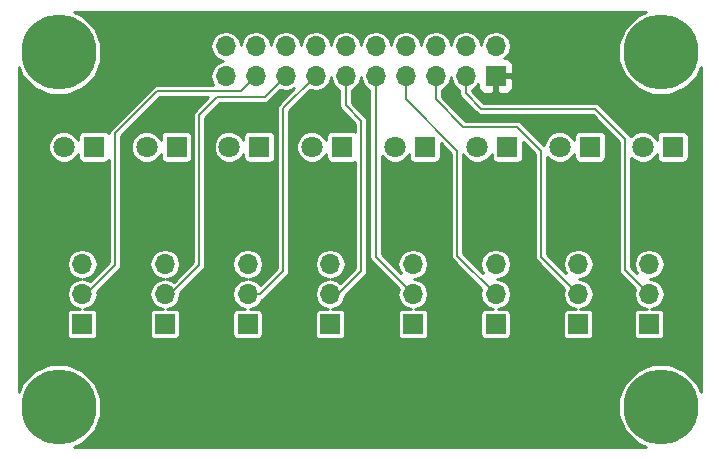
<source format=gbr>
G04 #@! TF.FileFunction,Copper,L1,Top,Signal*
%FSLAX46Y46*%
G04 Gerber Fmt 4.6, Leading zero omitted, Abs format (unit mm)*
G04 Created by KiCad (PCBNEW 4.0.5) date 05/28/17 12:44:24*
%MOMM*%
%LPD*%
G01*
G04 APERTURE LIST*
%ADD10C,0.150000*%
%ADD11R,1.800000X1.800000*%
%ADD12C,1.800000*%
%ADD13C,6.350000*%
%ADD14R,1.700000X1.700000*%
%ADD15O,1.700000X1.700000*%
%ADD16C,0.889000*%
%ADD17C,0.203200*%
%ADD18C,0.254000*%
G04 APERTURE END LIST*
D10*
D11*
X56000000Y-12000000D03*
D12*
X53460000Y-12000000D03*
D11*
X49000000Y-12000000D03*
D12*
X46460000Y-12000000D03*
D11*
X42000000Y-12000000D03*
D12*
X39460000Y-12000000D03*
D11*
X35000000Y-12000000D03*
D12*
X32460000Y-12000000D03*
D11*
X28000000Y-12000000D03*
D12*
X25460000Y-12000000D03*
D11*
X21000000Y-12000000D03*
D12*
X18460000Y-12000000D03*
D11*
X14000000Y-12000000D03*
D12*
X11460000Y-12000000D03*
D11*
X7000000Y-12000000D03*
D12*
X4460000Y-12000000D03*
D13*
X55000000Y-34000000D03*
D14*
X41000000Y-6000000D03*
D15*
X41000000Y-3460000D03*
X38460000Y-6000000D03*
X38460000Y-3460000D03*
X35920000Y-6000000D03*
X35920000Y-3460000D03*
X33380000Y-6000000D03*
X33380000Y-3460000D03*
X30840000Y-6000000D03*
X30840000Y-3460000D03*
X28300000Y-6000000D03*
X28300000Y-3460000D03*
X25760000Y-6000000D03*
X25760000Y-3460000D03*
X23220000Y-6000000D03*
X23220000Y-3460000D03*
X20680000Y-6000000D03*
X20680000Y-3460000D03*
X18140000Y-6000000D03*
X18140000Y-3460000D03*
D13*
X55000000Y-4000000D03*
X4000000Y-4000000D03*
X4000000Y-34000000D03*
D14*
X54000000Y-27000000D03*
D15*
X54000000Y-24460000D03*
X54000000Y-21920000D03*
D14*
X48000000Y-27000000D03*
D15*
X48000000Y-24460000D03*
X48000000Y-21920000D03*
D14*
X41000000Y-27000000D03*
D15*
X41000000Y-24460000D03*
X41000000Y-21920000D03*
D14*
X34000000Y-27000000D03*
D15*
X34000000Y-24460000D03*
X34000000Y-21920000D03*
D14*
X27000000Y-27000000D03*
D15*
X27000000Y-24460000D03*
X27000000Y-21920000D03*
D14*
X20000000Y-27000000D03*
D15*
X20000000Y-24460000D03*
X20000000Y-21920000D03*
D14*
X13000000Y-27000000D03*
D15*
X13000000Y-24460000D03*
X13000000Y-21920000D03*
D14*
X6000000Y-27000000D03*
D15*
X6000000Y-24460000D03*
X6000000Y-21920000D03*
D16*
X57000000Y-26000000D03*
X51000000Y-26000000D03*
X44000000Y-26000000D03*
X37000000Y-26000000D03*
X30000000Y-26000000D03*
X23000000Y-26000000D03*
X16000000Y-26000000D03*
X9000000Y-26000000D03*
D17*
X38460000Y-7472000D02*
X39784000Y-8796000D01*
X39784000Y-8796000D02*
X49436000Y-8796000D01*
X49436000Y-8796000D02*
X51976000Y-11336000D01*
X51976000Y-11336000D02*
X51976000Y-22436000D01*
X51976000Y-22436000D02*
X54000000Y-24460000D01*
X38460000Y-6000000D02*
X38460000Y-7472000D01*
X35920000Y-7980000D02*
X38260000Y-10320000D01*
X38260000Y-10320000D02*
X42832000Y-10320000D01*
X42832000Y-10320000D02*
X44864000Y-12352000D01*
X44864000Y-12352000D02*
X44864000Y-21324000D01*
X44864000Y-21324000D02*
X48000000Y-24460000D01*
X35920000Y-6000000D02*
X35920000Y-7980000D01*
X33380000Y-7980000D02*
X37752000Y-12352000D01*
X37752000Y-12352000D02*
X37752000Y-21212000D01*
X37752000Y-21212000D02*
X41000000Y-24460000D01*
X33380000Y-6000000D02*
X33380000Y-7980000D01*
X30840000Y-21300000D02*
X34000000Y-24460000D01*
X30840000Y-6000000D02*
X30840000Y-21300000D01*
X28300000Y-8488000D02*
X28300000Y-6000000D01*
X29624000Y-9812000D02*
X28300000Y-8488000D01*
X29624000Y-22512000D02*
X29624000Y-9812000D01*
X27676000Y-24460000D02*
X29624000Y-22512000D01*
X27000000Y-24460000D02*
X27676000Y-24460000D01*
X21072000Y-24460000D02*
X23020000Y-22512000D01*
X23020000Y-22512000D02*
X23020000Y-8740000D01*
X23020000Y-8740000D02*
X25760000Y-6000000D01*
X20000000Y-24460000D02*
X21072000Y-24460000D01*
X21440000Y-7780000D02*
X23220000Y-6000000D01*
X17432000Y-7780000D02*
X21440000Y-7780000D01*
X15908000Y-9304000D02*
X17432000Y-7780000D01*
X15908000Y-22004000D02*
X15908000Y-9304000D01*
X13452000Y-24460000D02*
X15908000Y-22004000D01*
X13000000Y-24460000D02*
X13452000Y-24460000D01*
X6000000Y-24460000D02*
X6000000Y-23784000D01*
X8796000Y-22004000D02*
X8796000Y-10828000D01*
X8796000Y-10828000D02*
X12352000Y-7272000D01*
X12352000Y-7272000D02*
X19408000Y-7272000D01*
X19408000Y-7272000D02*
X20680000Y-6000000D01*
X6340000Y-24460000D02*
X8796000Y-22004000D01*
X6000000Y-24460000D02*
X6340000Y-24460000D01*
D18*
G36*
X52959581Y-940521D02*
X51944087Y-1954245D01*
X51393828Y-3279416D01*
X51392576Y-4714289D01*
X51940521Y-6040419D01*
X52954245Y-7055913D01*
X54279416Y-7606172D01*
X55714289Y-7607424D01*
X57040419Y-7059479D01*
X58055913Y-6045755D01*
X58377700Y-5270806D01*
X58377700Y-32729736D01*
X58059479Y-31959581D01*
X57045755Y-30944087D01*
X55720584Y-30393828D01*
X54285711Y-30392576D01*
X52959581Y-30940521D01*
X51944087Y-31954245D01*
X51393828Y-33279416D01*
X51392576Y-34714289D01*
X51940521Y-36040419D01*
X52954245Y-37055913D01*
X53729194Y-37377700D01*
X5270264Y-37377700D01*
X6040419Y-37059479D01*
X7055913Y-36045755D01*
X7606172Y-34720584D01*
X7607424Y-33285711D01*
X7059479Y-31959581D01*
X6045755Y-30944087D01*
X4720584Y-30393828D01*
X3285711Y-30392576D01*
X1959581Y-30940521D01*
X944087Y-31954245D01*
X622300Y-32729194D01*
X622300Y-12263749D01*
X3127969Y-12263749D01*
X3330296Y-12753419D01*
X3704611Y-13128387D01*
X4193926Y-13331569D01*
X4723749Y-13332031D01*
X5213419Y-13129704D01*
X5588387Y-12755389D01*
X5659741Y-12583550D01*
X5659741Y-12900000D01*
X5689850Y-13060015D01*
X5784419Y-13206980D01*
X5928715Y-13305573D01*
X6100000Y-13340259D01*
X7900000Y-13340259D01*
X8060015Y-13310150D01*
X8206980Y-13215581D01*
X8262600Y-13134178D01*
X8262600Y-21783059D01*
X6668048Y-23377610D01*
X6515636Y-23275771D01*
X6084435Y-23190000D01*
X6515636Y-23104229D01*
X6931481Y-22826369D01*
X7209341Y-22410524D01*
X7306912Y-21920000D01*
X7209341Y-21429476D01*
X6931481Y-21013631D01*
X6515636Y-20735771D01*
X6025112Y-20638200D01*
X5974888Y-20638200D01*
X5484364Y-20735771D01*
X5068519Y-21013631D01*
X4790659Y-21429476D01*
X4693088Y-21920000D01*
X4790659Y-22410524D01*
X5068519Y-22826369D01*
X5484364Y-23104229D01*
X5915565Y-23190000D01*
X5484364Y-23275771D01*
X5068519Y-23553631D01*
X4790659Y-23969476D01*
X4693088Y-24460000D01*
X4790659Y-24950524D01*
X5068519Y-25366369D01*
X5484364Y-25644229D01*
X5813716Y-25709741D01*
X5150000Y-25709741D01*
X4989985Y-25739850D01*
X4843020Y-25834419D01*
X4744427Y-25978715D01*
X4709741Y-26150000D01*
X4709741Y-27850000D01*
X4739850Y-28010015D01*
X4834419Y-28156980D01*
X4978715Y-28255573D01*
X5150000Y-28290259D01*
X6850000Y-28290259D01*
X7010015Y-28260150D01*
X7156980Y-28165581D01*
X7255573Y-28021285D01*
X7290259Y-27850000D01*
X7290259Y-26150000D01*
X7260150Y-25989985D01*
X7165581Y-25843020D01*
X7021285Y-25744427D01*
X6850000Y-25709741D01*
X6186284Y-25709741D01*
X6515636Y-25644229D01*
X6931481Y-25366369D01*
X7209341Y-24950524D01*
X7306912Y-24460000D01*
X7271644Y-24282697D01*
X9173168Y-22381173D01*
X9173171Y-22381171D01*
X9288797Y-22208123D01*
X9329401Y-22004000D01*
X9329400Y-22003995D01*
X9329400Y-12263749D01*
X10127969Y-12263749D01*
X10330296Y-12753419D01*
X10704611Y-13128387D01*
X11193926Y-13331569D01*
X11723749Y-13332031D01*
X12213419Y-13129704D01*
X12588387Y-12755389D01*
X12659741Y-12583550D01*
X12659741Y-12900000D01*
X12689850Y-13060015D01*
X12784419Y-13206980D01*
X12928715Y-13305573D01*
X13100000Y-13340259D01*
X14900000Y-13340259D01*
X15060015Y-13310150D01*
X15206980Y-13215581D01*
X15305573Y-13071285D01*
X15340259Y-12900000D01*
X15340259Y-11100000D01*
X15310150Y-10939985D01*
X15215581Y-10793020D01*
X15071285Y-10694427D01*
X14900000Y-10659741D01*
X13100000Y-10659741D01*
X12939985Y-10689850D01*
X12793020Y-10784419D01*
X12694427Y-10928715D01*
X12659741Y-11100000D01*
X12659741Y-11416084D01*
X12589704Y-11246581D01*
X12215389Y-10871613D01*
X11726074Y-10668431D01*
X11196251Y-10667969D01*
X10706581Y-10870296D01*
X10331613Y-11244611D01*
X10128431Y-11733926D01*
X10127969Y-12263749D01*
X9329400Y-12263749D01*
X9329400Y-11048942D01*
X12572941Y-7805400D01*
X16652259Y-7805400D01*
X15530829Y-8926829D01*
X15415203Y-9099877D01*
X15374600Y-9304000D01*
X15374600Y-21783059D01*
X13735187Y-23422471D01*
X13515636Y-23275771D01*
X13084435Y-23190000D01*
X13515636Y-23104229D01*
X13931481Y-22826369D01*
X14209341Y-22410524D01*
X14306912Y-21920000D01*
X14209341Y-21429476D01*
X13931481Y-21013631D01*
X13515636Y-20735771D01*
X13025112Y-20638200D01*
X12974888Y-20638200D01*
X12484364Y-20735771D01*
X12068519Y-21013631D01*
X11790659Y-21429476D01*
X11693088Y-21920000D01*
X11790659Y-22410524D01*
X12068519Y-22826369D01*
X12484364Y-23104229D01*
X12915565Y-23190000D01*
X12484364Y-23275771D01*
X12068519Y-23553631D01*
X11790659Y-23969476D01*
X11693088Y-24460000D01*
X11790659Y-24950524D01*
X12068519Y-25366369D01*
X12484364Y-25644229D01*
X12813716Y-25709741D01*
X12150000Y-25709741D01*
X11989985Y-25739850D01*
X11843020Y-25834419D01*
X11744427Y-25978715D01*
X11709741Y-26150000D01*
X11709741Y-27850000D01*
X11739850Y-28010015D01*
X11834419Y-28156980D01*
X11978715Y-28255573D01*
X12150000Y-28290259D01*
X13850000Y-28290259D01*
X14010015Y-28260150D01*
X14156980Y-28165581D01*
X14255573Y-28021285D01*
X14290259Y-27850000D01*
X14290259Y-26150000D01*
X14260150Y-25989985D01*
X14165581Y-25843020D01*
X14021285Y-25744427D01*
X13850000Y-25709741D01*
X13186284Y-25709741D01*
X13515636Y-25644229D01*
X13931481Y-25366369D01*
X14209341Y-24950524D01*
X14306912Y-24460000D01*
X14290226Y-24376115D01*
X16285168Y-22381173D01*
X16285171Y-22381171D01*
X16400797Y-22208123D01*
X16441401Y-22004000D01*
X16441400Y-22003995D01*
X16441400Y-12263749D01*
X17127969Y-12263749D01*
X17330296Y-12753419D01*
X17704611Y-13128387D01*
X18193926Y-13331569D01*
X18723749Y-13332031D01*
X19213419Y-13129704D01*
X19588387Y-12755389D01*
X19659741Y-12583550D01*
X19659741Y-12900000D01*
X19689850Y-13060015D01*
X19784419Y-13206980D01*
X19928715Y-13305573D01*
X20100000Y-13340259D01*
X21900000Y-13340259D01*
X22060015Y-13310150D01*
X22206980Y-13215581D01*
X22305573Y-13071285D01*
X22340259Y-12900000D01*
X22340259Y-11100000D01*
X22310150Y-10939985D01*
X22215581Y-10793020D01*
X22071285Y-10694427D01*
X21900000Y-10659741D01*
X20100000Y-10659741D01*
X19939985Y-10689850D01*
X19793020Y-10784419D01*
X19694427Y-10928715D01*
X19659741Y-11100000D01*
X19659741Y-11416084D01*
X19589704Y-11246581D01*
X19215389Y-10871613D01*
X18726074Y-10668431D01*
X18196251Y-10667969D01*
X17706581Y-10870296D01*
X17331613Y-11244611D01*
X17128431Y-11733926D01*
X17127969Y-12263749D01*
X16441400Y-12263749D01*
X16441400Y-9524942D01*
X17652941Y-8313400D01*
X21440000Y-8313400D01*
X21644123Y-8272797D01*
X21817171Y-8157171D01*
X22759107Y-7215235D01*
X23220000Y-7306912D01*
X23710524Y-7209341D01*
X23969078Y-7036580D01*
X22642829Y-8362829D01*
X22527203Y-8535877D01*
X22486600Y-8740000D01*
X22486600Y-22291058D01*
X21048659Y-23728999D01*
X20931481Y-23553631D01*
X20515636Y-23275771D01*
X20084435Y-23190000D01*
X20515636Y-23104229D01*
X20931481Y-22826369D01*
X21209341Y-22410524D01*
X21306912Y-21920000D01*
X21209341Y-21429476D01*
X20931481Y-21013631D01*
X20515636Y-20735771D01*
X20025112Y-20638200D01*
X19974888Y-20638200D01*
X19484364Y-20735771D01*
X19068519Y-21013631D01*
X18790659Y-21429476D01*
X18693088Y-21920000D01*
X18790659Y-22410524D01*
X19068519Y-22826369D01*
X19484364Y-23104229D01*
X19915565Y-23190000D01*
X19484364Y-23275771D01*
X19068519Y-23553631D01*
X18790659Y-23969476D01*
X18693088Y-24460000D01*
X18790659Y-24950524D01*
X19068519Y-25366369D01*
X19484364Y-25644229D01*
X19813716Y-25709741D01*
X19150000Y-25709741D01*
X18989985Y-25739850D01*
X18843020Y-25834419D01*
X18744427Y-25978715D01*
X18709741Y-26150000D01*
X18709741Y-27850000D01*
X18739850Y-28010015D01*
X18834419Y-28156980D01*
X18978715Y-28255573D01*
X19150000Y-28290259D01*
X20850000Y-28290259D01*
X21010015Y-28260150D01*
X21156980Y-28165581D01*
X21255573Y-28021285D01*
X21290259Y-27850000D01*
X21290259Y-26150000D01*
X21260150Y-25989985D01*
X21165581Y-25843020D01*
X21021285Y-25744427D01*
X20850000Y-25709741D01*
X20186284Y-25709741D01*
X20515636Y-25644229D01*
X20931481Y-25366369D01*
X21197353Y-24968466D01*
X21276123Y-24952797D01*
X21449171Y-24837171D01*
X23397171Y-22889171D01*
X23512797Y-22716123D01*
X23553400Y-22512000D01*
X23553400Y-8960942D01*
X25299107Y-7215235D01*
X25760000Y-7306912D01*
X26250524Y-7209341D01*
X26666369Y-6931481D01*
X26944229Y-6515636D01*
X27030000Y-6084435D01*
X27115771Y-6515636D01*
X27393631Y-6931481D01*
X27766600Y-7180692D01*
X27766600Y-8488000D01*
X27807203Y-8692123D01*
X27922829Y-8865171D01*
X29090600Y-10032942D01*
X29090600Y-10707624D01*
X29071285Y-10694427D01*
X28900000Y-10659741D01*
X27100000Y-10659741D01*
X26939985Y-10689850D01*
X26793020Y-10784419D01*
X26694427Y-10928715D01*
X26659741Y-11100000D01*
X26659741Y-11416084D01*
X26589704Y-11246581D01*
X26215389Y-10871613D01*
X25726074Y-10668431D01*
X25196251Y-10667969D01*
X24706581Y-10870296D01*
X24331613Y-11244611D01*
X24128431Y-11733926D01*
X24127969Y-12263749D01*
X24330296Y-12753419D01*
X24704611Y-13128387D01*
X25193926Y-13331569D01*
X25723749Y-13332031D01*
X26213419Y-13129704D01*
X26588387Y-12755389D01*
X26659741Y-12583550D01*
X26659741Y-12900000D01*
X26689850Y-13060015D01*
X26784419Y-13206980D01*
X26928715Y-13305573D01*
X27100000Y-13340259D01*
X28900000Y-13340259D01*
X29060015Y-13310150D01*
X29090600Y-13290469D01*
X29090600Y-22291058D01*
X27869465Y-23512193D01*
X27515636Y-23275771D01*
X27084435Y-23190000D01*
X27515636Y-23104229D01*
X27931481Y-22826369D01*
X28209341Y-22410524D01*
X28306912Y-21920000D01*
X28209341Y-21429476D01*
X27931481Y-21013631D01*
X27515636Y-20735771D01*
X27025112Y-20638200D01*
X26974888Y-20638200D01*
X26484364Y-20735771D01*
X26068519Y-21013631D01*
X25790659Y-21429476D01*
X25693088Y-21920000D01*
X25790659Y-22410524D01*
X26068519Y-22826369D01*
X26484364Y-23104229D01*
X26915565Y-23190000D01*
X26484364Y-23275771D01*
X26068519Y-23553631D01*
X25790659Y-23969476D01*
X25693088Y-24460000D01*
X25790659Y-24950524D01*
X26068519Y-25366369D01*
X26484364Y-25644229D01*
X26813716Y-25709741D01*
X26150000Y-25709741D01*
X25989985Y-25739850D01*
X25843020Y-25834419D01*
X25744427Y-25978715D01*
X25709741Y-26150000D01*
X25709741Y-27850000D01*
X25739850Y-28010015D01*
X25834419Y-28156980D01*
X25978715Y-28255573D01*
X26150000Y-28290259D01*
X27850000Y-28290259D01*
X28010015Y-28260150D01*
X28156980Y-28165581D01*
X28255573Y-28021285D01*
X28290259Y-27850000D01*
X28290259Y-26150000D01*
X28260150Y-25989985D01*
X28165581Y-25843020D01*
X28021285Y-25744427D01*
X27850000Y-25709741D01*
X27186284Y-25709741D01*
X27515636Y-25644229D01*
X27931481Y-25366369D01*
X28209341Y-24950524D01*
X28276264Y-24614078D01*
X30001171Y-22889171D01*
X30116797Y-22716123D01*
X30157400Y-22512000D01*
X30157400Y-9812005D01*
X30157401Y-9812000D01*
X30116797Y-9607877D01*
X30001171Y-9434829D01*
X28833400Y-8267058D01*
X28833400Y-7180692D01*
X29206369Y-6931481D01*
X29484229Y-6515636D01*
X29570000Y-6084435D01*
X29655771Y-6515636D01*
X29933631Y-6931481D01*
X30306600Y-7180692D01*
X30306600Y-21300000D01*
X30347203Y-21504123D01*
X30462829Y-21677171D01*
X32784765Y-23999107D01*
X32693088Y-24460000D01*
X32790659Y-24950524D01*
X33068519Y-25366369D01*
X33484364Y-25644229D01*
X33813716Y-25709741D01*
X33150000Y-25709741D01*
X32989985Y-25739850D01*
X32843020Y-25834419D01*
X32744427Y-25978715D01*
X32709741Y-26150000D01*
X32709741Y-27850000D01*
X32739850Y-28010015D01*
X32834419Y-28156980D01*
X32978715Y-28255573D01*
X33150000Y-28290259D01*
X34850000Y-28290259D01*
X35010015Y-28260150D01*
X35156980Y-28165581D01*
X35255573Y-28021285D01*
X35290259Y-27850000D01*
X35290259Y-26150000D01*
X35260150Y-25989985D01*
X35165581Y-25843020D01*
X35021285Y-25744427D01*
X34850000Y-25709741D01*
X34186284Y-25709741D01*
X34515636Y-25644229D01*
X34931481Y-25366369D01*
X35209341Y-24950524D01*
X35306912Y-24460000D01*
X35209341Y-23969476D01*
X34931481Y-23553631D01*
X34515636Y-23275771D01*
X34084435Y-23190000D01*
X34515636Y-23104229D01*
X34931481Y-22826369D01*
X35209341Y-22410524D01*
X35306912Y-21920000D01*
X35209341Y-21429476D01*
X34931481Y-21013631D01*
X34515636Y-20735771D01*
X34025112Y-20638200D01*
X33974888Y-20638200D01*
X33484364Y-20735771D01*
X33068519Y-21013631D01*
X32790659Y-21429476D01*
X32693088Y-21920000D01*
X32790659Y-22410524D01*
X32963420Y-22669078D01*
X31373400Y-21079058D01*
X31373400Y-12796598D01*
X31704611Y-13128387D01*
X32193926Y-13331569D01*
X32723749Y-13332031D01*
X33213419Y-13129704D01*
X33588387Y-12755389D01*
X33659741Y-12583550D01*
X33659741Y-12900000D01*
X33689850Y-13060015D01*
X33784419Y-13206980D01*
X33928715Y-13305573D01*
X34100000Y-13340259D01*
X35900000Y-13340259D01*
X36060015Y-13310150D01*
X36206980Y-13215581D01*
X36305573Y-13071285D01*
X36340259Y-12900000D01*
X36340259Y-11694601D01*
X37218600Y-12572942D01*
X37218600Y-21212000D01*
X37259203Y-21416123D01*
X37374829Y-21589171D01*
X39784765Y-23999107D01*
X39693088Y-24460000D01*
X39790659Y-24950524D01*
X40068519Y-25366369D01*
X40484364Y-25644229D01*
X40813716Y-25709741D01*
X40150000Y-25709741D01*
X39989985Y-25739850D01*
X39843020Y-25834419D01*
X39744427Y-25978715D01*
X39709741Y-26150000D01*
X39709741Y-27850000D01*
X39739850Y-28010015D01*
X39834419Y-28156980D01*
X39978715Y-28255573D01*
X40150000Y-28290259D01*
X41850000Y-28290259D01*
X42010015Y-28260150D01*
X42156980Y-28165581D01*
X42255573Y-28021285D01*
X42290259Y-27850000D01*
X42290259Y-26150000D01*
X42260150Y-25989985D01*
X42165581Y-25843020D01*
X42021285Y-25744427D01*
X41850000Y-25709741D01*
X41186284Y-25709741D01*
X41515636Y-25644229D01*
X41931481Y-25366369D01*
X42209341Y-24950524D01*
X42306912Y-24460000D01*
X42209341Y-23969476D01*
X41931481Y-23553631D01*
X41515636Y-23275771D01*
X41084435Y-23190000D01*
X41515636Y-23104229D01*
X41931481Y-22826369D01*
X42209341Y-22410524D01*
X42306912Y-21920000D01*
X42209341Y-21429476D01*
X41931481Y-21013631D01*
X41515636Y-20735771D01*
X41025112Y-20638200D01*
X40974888Y-20638200D01*
X40484364Y-20735771D01*
X40068519Y-21013631D01*
X39790659Y-21429476D01*
X39693088Y-21920000D01*
X39790659Y-22410524D01*
X39963420Y-22669078D01*
X38285400Y-20991058D01*
X38285400Y-12644762D01*
X38330296Y-12753419D01*
X38704611Y-13128387D01*
X39193926Y-13331569D01*
X39723749Y-13332031D01*
X40213419Y-13129704D01*
X40588387Y-12755389D01*
X40659741Y-12583550D01*
X40659741Y-12900000D01*
X40689850Y-13060015D01*
X40784419Y-13206980D01*
X40928715Y-13305573D01*
X41100000Y-13340259D01*
X42900000Y-13340259D01*
X43060015Y-13310150D01*
X43206980Y-13215581D01*
X43305573Y-13071285D01*
X43340259Y-12900000D01*
X43340259Y-11582601D01*
X44330600Y-12572942D01*
X44330600Y-21324000D01*
X44371203Y-21528123D01*
X44486829Y-21701171D01*
X46784765Y-23999107D01*
X46693088Y-24460000D01*
X46790659Y-24950524D01*
X47068519Y-25366369D01*
X47484364Y-25644229D01*
X47813716Y-25709741D01*
X47150000Y-25709741D01*
X46989985Y-25739850D01*
X46843020Y-25834419D01*
X46744427Y-25978715D01*
X46709741Y-26150000D01*
X46709741Y-27850000D01*
X46739850Y-28010015D01*
X46834419Y-28156980D01*
X46978715Y-28255573D01*
X47150000Y-28290259D01*
X48850000Y-28290259D01*
X49010015Y-28260150D01*
X49156980Y-28165581D01*
X49255573Y-28021285D01*
X49290259Y-27850000D01*
X49290259Y-26150000D01*
X49260150Y-25989985D01*
X49165581Y-25843020D01*
X49021285Y-25744427D01*
X48850000Y-25709741D01*
X48186284Y-25709741D01*
X48515636Y-25644229D01*
X48931481Y-25366369D01*
X49209341Y-24950524D01*
X49306912Y-24460000D01*
X49209341Y-23969476D01*
X48931481Y-23553631D01*
X48515636Y-23275771D01*
X48084435Y-23190000D01*
X48515636Y-23104229D01*
X48931481Y-22826369D01*
X49209341Y-22410524D01*
X49306912Y-21920000D01*
X49209341Y-21429476D01*
X48931481Y-21013631D01*
X48515636Y-20735771D01*
X48025112Y-20638200D01*
X47974888Y-20638200D01*
X47484364Y-20735771D01*
X47068519Y-21013631D01*
X46790659Y-21429476D01*
X46693088Y-21920000D01*
X46790659Y-22410524D01*
X46963420Y-22669078D01*
X45397400Y-21103058D01*
X45397400Y-12820640D01*
X45704611Y-13128387D01*
X46193926Y-13331569D01*
X46723749Y-13332031D01*
X47213419Y-13129704D01*
X47588387Y-12755389D01*
X47659741Y-12583550D01*
X47659741Y-12900000D01*
X47689850Y-13060015D01*
X47784419Y-13206980D01*
X47928715Y-13305573D01*
X48100000Y-13340259D01*
X49900000Y-13340259D01*
X50060015Y-13310150D01*
X50206980Y-13215581D01*
X50305573Y-13071285D01*
X50340259Y-12900000D01*
X50340259Y-11100000D01*
X50310150Y-10939985D01*
X50215581Y-10793020D01*
X50071285Y-10694427D01*
X49900000Y-10659741D01*
X48100000Y-10659741D01*
X47939985Y-10689850D01*
X47793020Y-10784419D01*
X47694427Y-10928715D01*
X47659741Y-11100000D01*
X47659741Y-11416084D01*
X47589704Y-11246581D01*
X47215389Y-10871613D01*
X46726074Y-10668431D01*
X46196251Y-10667969D01*
X45706581Y-10870296D01*
X45331613Y-11244611D01*
X45128431Y-11733926D01*
X45128319Y-11861977D01*
X43209171Y-9942829D01*
X43036123Y-9827203D01*
X42832000Y-9786600D01*
X38480942Y-9786600D01*
X36453400Y-7759058D01*
X36453400Y-7180692D01*
X36826369Y-6931481D01*
X37104229Y-6515636D01*
X37190000Y-6084435D01*
X37275771Y-6515636D01*
X37553631Y-6931481D01*
X37926600Y-7180692D01*
X37926600Y-7472000D01*
X37967203Y-7676123D01*
X38082829Y-7849171D01*
X39406829Y-9173171D01*
X39579877Y-9288797D01*
X39784000Y-9329401D01*
X39784005Y-9329400D01*
X49215058Y-9329400D01*
X51442600Y-11556941D01*
X51442600Y-22436000D01*
X51483203Y-22640123D01*
X51598829Y-22813171D01*
X52784765Y-23999107D01*
X52693088Y-24460000D01*
X52790659Y-24950524D01*
X53068519Y-25366369D01*
X53484364Y-25644229D01*
X53813716Y-25709741D01*
X53150000Y-25709741D01*
X52989985Y-25739850D01*
X52843020Y-25834419D01*
X52744427Y-25978715D01*
X52709741Y-26150000D01*
X52709741Y-27850000D01*
X52739850Y-28010015D01*
X52834419Y-28156980D01*
X52978715Y-28255573D01*
X53150000Y-28290259D01*
X54850000Y-28290259D01*
X55010015Y-28260150D01*
X55156980Y-28165581D01*
X55255573Y-28021285D01*
X55290259Y-27850000D01*
X55290259Y-26150000D01*
X55260150Y-25989985D01*
X55165581Y-25843020D01*
X55021285Y-25744427D01*
X54850000Y-25709741D01*
X54186284Y-25709741D01*
X54515636Y-25644229D01*
X54931481Y-25366369D01*
X55209341Y-24950524D01*
X55306912Y-24460000D01*
X55209341Y-23969476D01*
X54931481Y-23553631D01*
X54515636Y-23275771D01*
X54084435Y-23190000D01*
X54515636Y-23104229D01*
X54931481Y-22826369D01*
X55209341Y-22410524D01*
X55306912Y-21920000D01*
X55209341Y-21429476D01*
X54931481Y-21013631D01*
X54515636Y-20735771D01*
X54025112Y-20638200D01*
X53974888Y-20638200D01*
X53484364Y-20735771D01*
X53068519Y-21013631D01*
X52790659Y-21429476D01*
X52693088Y-21920000D01*
X52790659Y-22410524D01*
X52963420Y-22669078D01*
X52509400Y-22215058D01*
X52509400Y-12932835D01*
X52704611Y-13128387D01*
X53193926Y-13331569D01*
X53723749Y-13332031D01*
X54213419Y-13129704D01*
X54588387Y-12755389D01*
X54659741Y-12583550D01*
X54659741Y-12900000D01*
X54689850Y-13060015D01*
X54784419Y-13206980D01*
X54928715Y-13305573D01*
X55100000Y-13340259D01*
X56900000Y-13340259D01*
X57060015Y-13310150D01*
X57206980Y-13215581D01*
X57305573Y-13071285D01*
X57340259Y-12900000D01*
X57340259Y-11100000D01*
X57310150Y-10939985D01*
X57215581Y-10793020D01*
X57071285Y-10694427D01*
X56900000Y-10659741D01*
X55100000Y-10659741D01*
X54939985Y-10689850D01*
X54793020Y-10784419D01*
X54694427Y-10928715D01*
X54659741Y-11100000D01*
X54659741Y-11416084D01*
X54589704Y-11246581D01*
X54215389Y-10871613D01*
X53726074Y-10668431D01*
X53196251Y-10667969D01*
X52706581Y-10870296D01*
X52459093Y-11117353D01*
X52402144Y-11032123D01*
X52353171Y-10958829D01*
X52353168Y-10958827D01*
X49813171Y-8418829D01*
X49640123Y-8303203D01*
X49436000Y-8262600D01*
X40004942Y-8262600D01*
X38993400Y-7251058D01*
X38993400Y-7180692D01*
X39366369Y-6931481D01*
X39515000Y-6709040D01*
X39515000Y-6976309D01*
X39611673Y-7209698D01*
X39790301Y-7388327D01*
X40023690Y-7485000D01*
X40714250Y-7485000D01*
X40873000Y-7326250D01*
X40873000Y-6127000D01*
X41127000Y-6127000D01*
X41127000Y-7326250D01*
X41285750Y-7485000D01*
X41976310Y-7485000D01*
X42209699Y-7388327D01*
X42388327Y-7209698D01*
X42485000Y-6976309D01*
X42485000Y-6285750D01*
X42326250Y-6127000D01*
X41127000Y-6127000D01*
X40873000Y-6127000D01*
X40853000Y-6127000D01*
X40853000Y-5873000D01*
X40873000Y-5873000D01*
X40873000Y-5853000D01*
X41127000Y-5853000D01*
X41127000Y-5873000D01*
X42326250Y-5873000D01*
X42485000Y-5714250D01*
X42485000Y-5023691D01*
X42388327Y-4790302D01*
X42209699Y-4611673D01*
X41976310Y-4515000D01*
X41721511Y-4515000D01*
X41906369Y-4391481D01*
X42184229Y-3975636D01*
X42281800Y-3485112D01*
X42281800Y-3434888D01*
X42184229Y-2944364D01*
X41906369Y-2528519D01*
X41490524Y-2250659D01*
X41000000Y-2153088D01*
X40509476Y-2250659D01*
X40093631Y-2528519D01*
X39815771Y-2944364D01*
X39730000Y-3375565D01*
X39644229Y-2944364D01*
X39366369Y-2528519D01*
X38950524Y-2250659D01*
X38460000Y-2153088D01*
X37969476Y-2250659D01*
X37553631Y-2528519D01*
X37275771Y-2944364D01*
X37190000Y-3375565D01*
X37104229Y-2944364D01*
X36826369Y-2528519D01*
X36410524Y-2250659D01*
X35920000Y-2153088D01*
X35429476Y-2250659D01*
X35013631Y-2528519D01*
X34735771Y-2944364D01*
X34650000Y-3375565D01*
X34564229Y-2944364D01*
X34286369Y-2528519D01*
X33870524Y-2250659D01*
X33380000Y-2153088D01*
X32889476Y-2250659D01*
X32473631Y-2528519D01*
X32195771Y-2944364D01*
X32110000Y-3375565D01*
X32024229Y-2944364D01*
X31746369Y-2528519D01*
X31330524Y-2250659D01*
X30840000Y-2153088D01*
X30349476Y-2250659D01*
X29933631Y-2528519D01*
X29655771Y-2944364D01*
X29570000Y-3375565D01*
X29484229Y-2944364D01*
X29206369Y-2528519D01*
X28790524Y-2250659D01*
X28300000Y-2153088D01*
X27809476Y-2250659D01*
X27393631Y-2528519D01*
X27115771Y-2944364D01*
X27030000Y-3375565D01*
X26944229Y-2944364D01*
X26666369Y-2528519D01*
X26250524Y-2250659D01*
X25760000Y-2153088D01*
X25269476Y-2250659D01*
X24853631Y-2528519D01*
X24575771Y-2944364D01*
X24490000Y-3375565D01*
X24404229Y-2944364D01*
X24126369Y-2528519D01*
X23710524Y-2250659D01*
X23220000Y-2153088D01*
X22729476Y-2250659D01*
X22313631Y-2528519D01*
X22035771Y-2944364D01*
X21950000Y-3375565D01*
X21864229Y-2944364D01*
X21586369Y-2528519D01*
X21170524Y-2250659D01*
X20680000Y-2153088D01*
X20189476Y-2250659D01*
X19773631Y-2528519D01*
X19495771Y-2944364D01*
X19410000Y-3375565D01*
X19324229Y-2944364D01*
X19046369Y-2528519D01*
X18630524Y-2250659D01*
X18140000Y-2153088D01*
X17649476Y-2250659D01*
X17233631Y-2528519D01*
X16955771Y-2944364D01*
X16858200Y-3434888D01*
X16858200Y-3485112D01*
X16955771Y-3975636D01*
X17233631Y-4391481D01*
X17649476Y-4669341D01*
X17954430Y-4730000D01*
X17649476Y-4790659D01*
X17233631Y-5068519D01*
X16955771Y-5484364D01*
X16858200Y-5974888D01*
X16858200Y-6025112D01*
X16955771Y-6515636D01*
X17104751Y-6738600D01*
X12352000Y-6738600D01*
X12147876Y-6779203D01*
X12078563Y-6825516D01*
X11974829Y-6894829D01*
X11974827Y-6894832D01*
X8418829Y-10450829D01*
X8303203Y-10623877D01*
X8262600Y-10828000D01*
X8262600Y-10866090D01*
X8215581Y-10793020D01*
X8071285Y-10694427D01*
X7900000Y-10659741D01*
X6100000Y-10659741D01*
X5939985Y-10689850D01*
X5793020Y-10784419D01*
X5694427Y-10928715D01*
X5659741Y-11100000D01*
X5659741Y-11416084D01*
X5589704Y-11246581D01*
X5215389Y-10871613D01*
X4726074Y-10668431D01*
X4196251Y-10667969D01*
X3706581Y-10870296D01*
X3331613Y-11244611D01*
X3128431Y-11733926D01*
X3127969Y-12263749D01*
X622300Y-12263749D01*
X622300Y-5270264D01*
X940521Y-6040419D01*
X1954245Y-7055913D01*
X3279416Y-7606172D01*
X4714289Y-7607424D01*
X6040419Y-7059479D01*
X7055913Y-6045755D01*
X7606172Y-4720584D01*
X7607424Y-3285711D01*
X7059479Y-1959581D01*
X6045755Y-944087D01*
X5270806Y-622300D01*
X53729736Y-622300D01*
X52959581Y-940521D01*
X52959581Y-940521D01*
G37*
X52959581Y-940521D02*
X51944087Y-1954245D01*
X51393828Y-3279416D01*
X51392576Y-4714289D01*
X51940521Y-6040419D01*
X52954245Y-7055913D01*
X54279416Y-7606172D01*
X55714289Y-7607424D01*
X57040419Y-7059479D01*
X58055913Y-6045755D01*
X58377700Y-5270806D01*
X58377700Y-32729736D01*
X58059479Y-31959581D01*
X57045755Y-30944087D01*
X55720584Y-30393828D01*
X54285711Y-30392576D01*
X52959581Y-30940521D01*
X51944087Y-31954245D01*
X51393828Y-33279416D01*
X51392576Y-34714289D01*
X51940521Y-36040419D01*
X52954245Y-37055913D01*
X53729194Y-37377700D01*
X5270264Y-37377700D01*
X6040419Y-37059479D01*
X7055913Y-36045755D01*
X7606172Y-34720584D01*
X7607424Y-33285711D01*
X7059479Y-31959581D01*
X6045755Y-30944087D01*
X4720584Y-30393828D01*
X3285711Y-30392576D01*
X1959581Y-30940521D01*
X944087Y-31954245D01*
X622300Y-32729194D01*
X622300Y-12263749D01*
X3127969Y-12263749D01*
X3330296Y-12753419D01*
X3704611Y-13128387D01*
X4193926Y-13331569D01*
X4723749Y-13332031D01*
X5213419Y-13129704D01*
X5588387Y-12755389D01*
X5659741Y-12583550D01*
X5659741Y-12900000D01*
X5689850Y-13060015D01*
X5784419Y-13206980D01*
X5928715Y-13305573D01*
X6100000Y-13340259D01*
X7900000Y-13340259D01*
X8060015Y-13310150D01*
X8206980Y-13215581D01*
X8262600Y-13134178D01*
X8262600Y-21783059D01*
X6668048Y-23377610D01*
X6515636Y-23275771D01*
X6084435Y-23190000D01*
X6515636Y-23104229D01*
X6931481Y-22826369D01*
X7209341Y-22410524D01*
X7306912Y-21920000D01*
X7209341Y-21429476D01*
X6931481Y-21013631D01*
X6515636Y-20735771D01*
X6025112Y-20638200D01*
X5974888Y-20638200D01*
X5484364Y-20735771D01*
X5068519Y-21013631D01*
X4790659Y-21429476D01*
X4693088Y-21920000D01*
X4790659Y-22410524D01*
X5068519Y-22826369D01*
X5484364Y-23104229D01*
X5915565Y-23190000D01*
X5484364Y-23275771D01*
X5068519Y-23553631D01*
X4790659Y-23969476D01*
X4693088Y-24460000D01*
X4790659Y-24950524D01*
X5068519Y-25366369D01*
X5484364Y-25644229D01*
X5813716Y-25709741D01*
X5150000Y-25709741D01*
X4989985Y-25739850D01*
X4843020Y-25834419D01*
X4744427Y-25978715D01*
X4709741Y-26150000D01*
X4709741Y-27850000D01*
X4739850Y-28010015D01*
X4834419Y-28156980D01*
X4978715Y-28255573D01*
X5150000Y-28290259D01*
X6850000Y-28290259D01*
X7010015Y-28260150D01*
X7156980Y-28165581D01*
X7255573Y-28021285D01*
X7290259Y-27850000D01*
X7290259Y-26150000D01*
X7260150Y-25989985D01*
X7165581Y-25843020D01*
X7021285Y-25744427D01*
X6850000Y-25709741D01*
X6186284Y-25709741D01*
X6515636Y-25644229D01*
X6931481Y-25366369D01*
X7209341Y-24950524D01*
X7306912Y-24460000D01*
X7271644Y-24282697D01*
X9173168Y-22381173D01*
X9173171Y-22381171D01*
X9288797Y-22208123D01*
X9329401Y-22004000D01*
X9329400Y-22003995D01*
X9329400Y-12263749D01*
X10127969Y-12263749D01*
X10330296Y-12753419D01*
X10704611Y-13128387D01*
X11193926Y-13331569D01*
X11723749Y-13332031D01*
X12213419Y-13129704D01*
X12588387Y-12755389D01*
X12659741Y-12583550D01*
X12659741Y-12900000D01*
X12689850Y-13060015D01*
X12784419Y-13206980D01*
X12928715Y-13305573D01*
X13100000Y-13340259D01*
X14900000Y-13340259D01*
X15060015Y-13310150D01*
X15206980Y-13215581D01*
X15305573Y-13071285D01*
X15340259Y-12900000D01*
X15340259Y-11100000D01*
X15310150Y-10939985D01*
X15215581Y-10793020D01*
X15071285Y-10694427D01*
X14900000Y-10659741D01*
X13100000Y-10659741D01*
X12939985Y-10689850D01*
X12793020Y-10784419D01*
X12694427Y-10928715D01*
X12659741Y-11100000D01*
X12659741Y-11416084D01*
X12589704Y-11246581D01*
X12215389Y-10871613D01*
X11726074Y-10668431D01*
X11196251Y-10667969D01*
X10706581Y-10870296D01*
X10331613Y-11244611D01*
X10128431Y-11733926D01*
X10127969Y-12263749D01*
X9329400Y-12263749D01*
X9329400Y-11048942D01*
X12572941Y-7805400D01*
X16652259Y-7805400D01*
X15530829Y-8926829D01*
X15415203Y-9099877D01*
X15374600Y-9304000D01*
X15374600Y-21783059D01*
X13735187Y-23422471D01*
X13515636Y-23275771D01*
X13084435Y-23190000D01*
X13515636Y-23104229D01*
X13931481Y-22826369D01*
X14209341Y-22410524D01*
X14306912Y-21920000D01*
X14209341Y-21429476D01*
X13931481Y-21013631D01*
X13515636Y-20735771D01*
X13025112Y-20638200D01*
X12974888Y-20638200D01*
X12484364Y-20735771D01*
X12068519Y-21013631D01*
X11790659Y-21429476D01*
X11693088Y-21920000D01*
X11790659Y-22410524D01*
X12068519Y-22826369D01*
X12484364Y-23104229D01*
X12915565Y-23190000D01*
X12484364Y-23275771D01*
X12068519Y-23553631D01*
X11790659Y-23969476D01*
X11693088Y-24460000D01*
X11790659Y-24950524D01*
X12068519Y-25366369D01*
X12484364Y-25644229D01*
X12813716Y-25709741D01*
X12150000Y-25709741D01*
X11989985Y-25739850D01*
X11843020Y-25834419D01*
X11744427Y-25978715D01*
X11709741Y-26150000D01*
X11709741Y-27850000D01*
X11739850Y-28010015D01*
X11834419Y-28156980D01*
X11978715Y-28255573D01*
X12150000Y-28290259D01*
X13850000Y-28290259D01*
X14010015Y-28260150D01*
X14156980Y-28165581D01*
X14255573Y-28021285D01*
X14290259Y-27850000D01*
X14290259Y-26150000D01*
X14260150Y-25989985D01*
X14165581Y-25843020D01*
X14021285Y-25744427D01*
X13850000Y-25709741D01*
X13186284Y-25709741D01*
X13515636Y-25644229D01*
X13931481Y-25366369D01*
X14209341Y-24950524D01*
X14306912Y-24460000D01*
X14290226Y-24376115D01*
X16285168Y-22381173D01*
X16285171Y-22381171D01*
X16400797Y-22208123D01*
X16441401Y-22004000D01*
X16441400Y-22003995D01*
X16441400Y-12263749D01*
X17127969Y-12263749D01*
X17330296Y-12753419D01*
X17704611Y-13128387D01*
X18193926Y-13331569D01*
X18723749Y-13332031D01*
X19213419Y-13129704D01*
X19588387Y-12755389D01*
X19659741Y-12583550D01*
X19659741Y-12900000D01*
X19689850Y-13060015D01*
X19784419Y-13206980D01*
X19928715Y-13305573D01*
X20100000Y-13340259D01*
X21900000Y-13340259D01*
X22060015Y-13310150D01*
X22206980Y-13215581D01*
X22305573Y-13071285D01*
X22340259Y-12900000D01*
X22340259Y-11100000D01*
X22310150Y-10939985D01*
X22215581Y-10793020D01*
X22071285Y-10694427D01*
X21900000Y-10659741D01*
X20100000Y-10659741D01*
X19939985Y-10689850D01*
X19793020Y-10784419D01*
X19694427Y-10928715D01*
X19659741Y-11100000D01*
X19659741Y-11416084D01*
X19589704Y-11246581D01*
X19215389Y-10871613D01*
X18726074Y-10668431D01*
X18196251Y-10667969D01*
X17706581Y-10870296D01*
X17331613Y-11244611D01*
X17128431Y-11733926D01*
X17127969Y-12263749D01*
X16441400Y-12263749D01*
X16441400Y-9524942D01*
X17652941Y-8313400D01*
X21440000Y-8313400D01*
X21644123Y-8272797D01*
X21817171Y-8157171D01*
X22759107Y-7215235D01*
X23220000Y-7306912D01*
X23710524Y-7209341D01*
X23969078Y-7036580D01*
X22642829Y-8362829D01*
X22527203Y-8535877D01*
X22486600Y-8740000D01*
X22486600Y-22291058D01*
X21048659Y-23728999D01*
X20931481Y-23553631D01*
X20515636Y-23275771D01*
X20084435Y-23190000D01*
X20515636Y-23104229D01*
X20931481Y-22826369D01*
X21209341Y-22410524D01*
X21306912Y-21920000D01*
X21209341Y-21429476D01*
X20931481Y-21013631D01*
X20515636Y-20735771D01*
X20025112Y-20638200D01*
X19974888Y-20638200D01*
X19484364Y-20735771D01*
X19068519Y-21013631D01*
X18790659Y-21429476D01*
X18693088Y-21920000D01*
X18790659Y-22410524D01*
X19068519Y-22826369D01*
X19484364Y-23104229D01*
X19915565Y-23190000D01*
X19484364Y-23275771D01*
X19068519Y-23553631D01*
X18790659Y-23969476D01*
X18693088Y-24460000D01*
X18790659Y-24950524D01*
X19068519Y-25366369D01*
X19484364Y-25644229D01*
X19813716Y-25709741D01*
X19150000Y-25709741D01*
X18989985Y-25739850D01*
X18843020Y-25834419D01*
X18744427Y-25978715D01*
X18709741Y-26150000D01*
X18709741Y-27850000D01*
X18739850Y-28010015D01*
X18834419Y-28156980D01*
X18978715Y-28255573D01*
X19150000Y-28290259D01*
X20850000Y-28290259D01*
X21010015Y-28260150D01*
X21156980Y-28165581D01*
X21255573Y-28021285D01*
X21290259Y-27850000D01*
X21290259Y-26150000D01*
X21260150Y-25989985D01*
X21165581Y-25843020D01*
X21021285Y-25744427D01*
X20850000Y-25709741D01*
X20186284Y-25709741D01*
X20515636Y-25644229D01*
X20931481Y-25366369D01*
X21197353Y-24968466D01*
X21276123Y-24952797D01*
X21449171Y-24837171D01*
X23397171Y-22889171D01*
X23512797Y-22716123D01*
X23553400Y-22512000D01*
X23553400Y-8960942D01*
X25299107Y-7215235D01*
X25760000Y-7306912D01*
X26250524Y-7209341D01*
X26666369Y-6931481D01*
X26944229Y-6515636D01*
X27030000Y-6084435D01*
X27115771Y-6515636D01*
X27393631Y-6931481D01*
X27766600Y-7180692D01*
X27766600Y-8488000D01*
X27807203Y-8692123D01*
X27922829Y-8865171D01*
X29090600Y-10032942D01*
X29090600Y-10707624D01*
X29071285Y-10694427D01*
X28900000Y-10659741D01*
X27100000Y-10659741D01*
X26939985Y-10689850D01*
X26793020Y-10784419D01*
X26694427Y-10928715D01*
X26659741Y-11100000D01*
X26659741Y-11416084D01*
X26589704Y-11246581D01*
X26215389Y-10871613D01*
X25726074Y-10668431D01*
X25196251Y-10667969D01*
X24706581Y-10870296D01*
X24331613Y-11244611D01*
X24128431Y-11733926D01*
X24127969Y-12263749D01*
X24330296Y-12753419D01*
X24704611Y-13128387D01*
X25193926Y-13331569D01*
X25723749Y-13332031D01*
X26213419Y-13129704D01*
X26588387Y-12755389D01*
X26659741Y-12583550D01*
X26659741Y-12900000D01*
X26689850Y-13060015D01*
X26784419Y-13206980D01*
X26928715Y-13305573D01*
X27100000Y-13340259D01*
X28900000Y-13340259D01*
X29060015Y-13310150D01*
X29090600Y-13290469D01*
X29090600Y-22291058D01*
X27869465Y-23512193D01*
X27515636Y-23275771D01*
X27084435Y-23190000D01*
X27515636Y-23104229D01*
X27931481Y-22826369D01*
X28209341Y-22410524D01*
X28306912Y-21920000D01*
X28209341Y-21429476D01*
X27931481Y-21013631D01*
X27515636Y-20735771D01*
X27025112Y-20638200D01*
X26974888Y-20638200D01*
X26484364Y-20735771D01*
X26068519Y-21013631D01*
X25790659Y-21429476D01*
X25693088Y-21920000D01*
X25790659Y-22410524D01*
X26068519Y-22826369D01*
X26484364Y-23104229D01*
X26915565Y-23190000D01*
X26484364Y-23275771D01*
X26068519Y-23553631D01*
X25790659Y-23969476D01*
X25693088Y-24460000D01*
X25790659Y-24950524D01*
X26068519Y-25366369D01*
X26484364Y-25644229D01*
X26813716Y-25709741D01*
X26150000Y-25709741D01*
X25989985Y-25739850D01*
X25843020Y-25834419D01*
X25744427Y-25978715D01*
X25709741Y-26150000D01*
X25709741Y-27850000D01*
X25739850Y-28010015D01*
X25834419Y-28156980D01*
X25978715Y-28255573D01*
X26150000Y-28290259D01*
X27850000Y-28290259D01*
X28010015Y-28260150D01*
X28156980Y-28165581D01*
X28255573Y-28021285D01*
X28290259Y-27850000D01*
X28290259Y-26150000D01*
X28260150Y-25989985D01*
X28165581Y-25843020D01*
X28021285Y-25744427D01*
X27850000Y-25709741D01*
X27186284Y-25709741D01*
X27515636Y-25644229D01*
X27931481Y-25366369D01*
X28209341Y-24950524D01*
X28276264Y-24614078D01*
X30001171Y-22889171D01*
X30116797Y-22716123D01*
X30157400Y-22512000D01*
X30157400Y-9812005D01*
X30157401Y-9812000D01*
X30116797Y-9607877D01*
X30001171Y-9434829D01*
X28833400Y-8267058D01*
X28833400Y-7180692D01*
X29206369Y-6931481D01*
X29484229Y-6515636D01*
X29570000Y-6084435D01*
X29655771Y-6515636D01*
X29933631Y-6931481D01*
X30306600Y-7180692D01*
X30306600Y-21300000D01*
X30347203Y-21504123D01*
X30462829Y-21677171D01*
X32784765Y-23999107D01*
X32693088Y-24460000D01*
X32790659Y-24950524D01*
X33068519Y-25366369D01*
X33484364Y-25644229D01*
X33813716Y-25709741D01*
X33150000Y-25709741D01*
X32989985Y-25739850D01*
X32843020Y-25834419D01*
X32744427Y-25978715D01*
X32709741Y-26150000D01*
X32709741Y-27850000D01*
X32739850Y-28010015D01*
X32834419Y-28156980D01*
X32978715Y-28255573D01*
X33150000Y-28290259D01*
X34850000Y-28290259D01*
X35010015Y-28260150D01*
X35156980Y-28165581D01*
X35255573Y-28021285D01*
X35290259Y-27850000D01*
X35290259Y-26150000D01*
X35260150Y-25989985D01*
X35165581Y-25843020D01*
X35021285Y-25744427D01*
X34850000Y-25709741D01*
X34186284Y-25709741D01*
X34515636Y-25644229D01*
X34931481Y-25366369D01*
X35209341Y-24950524D01*
X35306912Y-24460000D01*
X35209341Y-23969476D01*
X34931481Y-23553631D01*
X34515636Y-23275771D01*
X34084435Y-23190000D01*
X34515636Y-23104229D01*
X34931481Y-22826369D01*
X35209341Y-22410524D01*
X35306912Y-21920000D01*
X35209341Y-21429476D01*
X34931481Y-21013631D01*
X34515636Y-20735771D01*
X34025112Y-20638200D01*
X33974888Y-20638200D01*
X33484364Y-20735771D01*
X33068519Y-21013631D01*
X32790659Y-21429476D01*
X32693088Y-21920000D01*
X32790659Y-22410524D01*
X32963420Y-22669078D01*
X31373400Y-21079058D01*
X31373400Y-12796598D01*
X31704611Y-13128387D01*
X32193926Y-13331569D01*
X32723749Y-13332031D01*
X33213419Y-13129704D01*
X33588387Y-12755389D01*
X33659741Y-12583550D01*
X33659741Y-12900000D01*
X33689850Y-13060015D01*
X33784419Y-13206980D01*
X33928715Y-13305573D01*
X34100000Y-13340259D01*
X35900000Y-13340259D01*
X36060015Y-13310150D01*
X36206980Y-13215581D01*
X36305573Y-13071285D01*
X36340259Y-12900000D01*
X36340259Y-11694601D01*
X37218600Y-12572942D01*
X37218600Y-21212000D01*
X37259203Y-21416123D01*
X37374829Y-21589171D01*
X39784765Y-23999107D01*
X39693088Y-24460000D01*
X39790659Y-24950524D01*
X40068519Y-25366369D01*
X40484364Y-25644229D01*
X40813716Y-25709741D01*
X40150000Y-25709741D01*
X39989985Y-25739850D01*
X39843020Y-25834419D01*
X39744427Y-25978715D01*
X39709741Y-26150000D01*
X39709741Y-27850000D01*
X39739850Y-28010015D01*
X39834419Y-28156980D01*
X39978715Y-28255573D01*
X40150000Y-28290259D01*
X41850000Y-28290259D01*
X42010015Y-28260150D01*
X42156980Y-28165581D01*
X42255573Y-28021285D01*
X42290259Y-27850000D01*
X42290259Y-26150000D01*
X42260150Y-25989985D01*
X42165581Y-25843020D01*
X42021285Y-25744427D01*
X41850000Y-25709741D01*
X41186284Y-25709741D01*
X41515636Y-25644229D01*
X41931481Y-25366369D01*
X42209341Y-24950524D01*
X42306912Y-24460000D01*
X42209341Y-23969476D01*
X41931481Y-23553631D01*
X41515636Y-23275771D01*
X41084435Y-23190000D01*
X41515636Y-23104229D01*
X41931481Y-22826369D01*
X42209341Y-22410524D01*
X42306912Y-21920000D01*
X42209341Y-21429476D01*
X41931481Y-21013631D01*
X41515636Y-20735771D01*
X41025112Y-20638200D01*
X40974888Y-20638200D01*
X40484364Y-20735771D01*
X40068519Y-21013631D01*
X39790659Y-21429476D01*
X39693088Y-21920000D01*
X39790659Y-22410524D01*
X39963420Y-22669078D01*
X38285400Y-20991058D01*
X38285400Y-12644762D01*
X38330296Y-12753419D01*
X38704611Y-13128387D01*
X39193926Y-13331569D01*
X39723749Y-13332031D01*
X40213419Y-13129704D01*
X40588387Y-12755389D01*
X40659741Y-12583550D01*
X40659741Y-12900000D01*
X40689850Y-13060015D01*
X40784419Y-13206980D01*
X40928715Y-13305573D01*
X41100000Y-13340259D01*
X42900000Y-13340259D01*
X43060015Y-13310150D01*
X43206980Y-13215581D01*
X43305573Y-13071285D01*
X43340259Y-12900000D01*
X43340259Y-11582601D01*
X44330600Y-12572942D01*
X44330600Y-21324000D01*
X44371203Y-21528123D01*
X44486829Y-21701171D01*
X46784765Y-23999107D01*
X46693088Y-24460000D01*
X46790659Y-24950524D01*
X47068519Y-25366369D01*
X47484364Y-25644229D01*
X47813716Y-25709741D01*
X47150000Y-25709741D01*
X46989985Y-25739850D01*
X46843020Y-25834419D01*
X46744427Y-25978715D01*
X46709741Y-26150000D01*
X46709741Y-27850000D01*
X46739850Y-28010015D01*
X46834419Y-28156980D01*
X46978715Y-28255573D01*
X47150000Y-28290259D01*
X48850000Y-28290259D01*
X49010015Y-28260150D01*
X49156980Y-28165581D01*
X49255573Y-28021285D01*
X49290259Y-27850000D01*
X49290259Y-26150000D01*
X49260150Y-25989985D01*
X49165581Y-25843020D01*
X49021285Y-25744427D01*
X48850000Y-25709741D01*
X48186284Y-25709741D01*
X48515636Y-25644229D01*
X48931481Y-25366369D01*
X49209341Y-24950524D01*
X49306912Y-24460000D01*
X49209341Y-23969476D01*
X48931481Y-23553631D01*
X48515636Y-23275771D01*
X48084435Y-23190000D01*
X48515636Y-23104229D01*
X48931481Y-22826369D01*
X49209341Y-22410524D01*
X49306912Y-21920000D01*
X49209341Y-21429476D01*
X48931481Y-21013631D01*
X48515636Y-20735771D01*
X48025112Y-20638200D01*
X47974888Y-20638200D01*
X47484364Y-20735771D01*
X47068519Y-21013631D01*
X46790659Y-21429476D01*
X46693088Y-21920000D01*
X46790659Y-22410524D01*
X46963420Y-22669078D01*
X45397400Y-21103058D01*
X45397400Y-12820640D01*
X45704611Y-13128387D01*
X46193926Y-13331569D01*
X46723749Y-13332031D01*
X47213419Y-13129704D01*
X47588387Y-12755389D01*
X47659741Y-12583550D01*
X47659741Y-12900000D01*
X47689850Y-13060015D01*
X47784419Y-13206980D01*
X47928715Y-13305573D01*
X48100000Y-13340259D01*
X49900000Y-13340259D01*
X50060015Y-13310150D01*
X50206980Y-13215581D01*
X50305573Y-13071285D01*
X50340259Y-12900000D01*
X50340259Y-11100000D01*
X50310150Y-10939985D01*
X50215581Y-10793020D01*
X50071285Y-10694427D01*
X49900000Y-10659741D01*
X48100000Y-10659741D01*
X47939985Y-10689850D01*
X47793020Y-10784419D01*
X47694427Y-10928715D01*
X47659741Y-11100000D01*
X47659741Y-11416084D01*
X47589704Y-11246581D01*
X47215389Y-10871613D01*
X46726074Y-10668431D01*
X46196251Y-10667969D01*
X45706581Y-10870296D01*
X45331613Y-11244611D01*
X45128431Y-11733926D01*
X45128319Y-11861977D01*
X43209171Y-9942829D01*
X43036123Y-9827203D01*
X42832000Y-9786600D01*
X38480942Y-9786600D01*
X36453400Y-7759058D01*
X36453400Y-7180692D01*
X36826369Y-6931481D01*
X37104229Y-6515636D01*
X37190000Y-6084435D01*
X37275771Y-6515636D01*
X37553631Y-6931481D01*
X37926600Y-7180692D01*
X37926600Y-7472000D01*
X37967203Y-7676123D01*
X38082829Y-7849171D01*
X39406829Y-9173171D01*
X39579877Y-9288797D01*
X39784000Y-9329401D01*
X39784005Y-9329400D01*
X49215058Y-9329400D01*
X51442600Y-11556941D01*
X51442600Y-22436000D01*
X51483203Y-22640123D01*
X51598829Y-22813171D01*
X52784765Y-23999107D01*
X52693088Y-24460000D01*
X52790659Y-24950524D01*
X53068519Y-25366369D01*
X53484364Y-25644229D01*
X53813716Y-25709741D01*
X53150000Y-25709741D01*
X52989985Y-25739850D01*
X52843020Y-25834419D01*
X52744427Y-25978715D01*
X52709741Y-26150000D01*
X52709741Y-27850000D01*
X52739850Y-28010015D01*
X52834419Y-28156980D01*
X52978715Y-28255573D01*
X53150000Y-28290259D01*
X54850000Y-28290259D01*
X55010015Y-28260150D01*
X55156980Y-28165581D01*
X55255573Y-28021285D01*
X55290259Y-27850000D01*
X55290259Y-26150000D01*
X55260150Y-25989985D01*
X55165581Y-25843020D01*
X55021285Y-25744427D01*
X54850000Y-25709741D01*
X54186284Y-25709741D01*
X54515636Y-25644229D01*
X54931481Y-25366369D01*
X55209341Y-24950524D01*
X55306912Y-24460000D01*
X55209341Y-23969476D01*
X54931481Y-23553631D01*
X54515636Y-23275771D01*
X54084435Y-23190000D01*
X54515636Y-23104229D01*
X54931481Y-22826369D01*
X55209341Y-22410524D01*
X55306912Y-21920000D01*
X55209341Y-21429476D01*
X54931481Y-21013631D01*
X54515636Y-20735771D01*
X54025112Y-20638200D01*
X53974888Y-20638200D01*
X53484364Y-20735771D01*
X53068519Y-21013631D01*
X52790659Y-21429476D01*
X52693088Y-21920000D01*
X52790659Y-22410524D01*
X52963420Y-22669078D01*
X52509400Y-22215058D01*
X52509400Y-12932835D01*
X52704611Y-13128387D01*
X53193926Y-13331569D01*
X53723749Y-13332031D01*
X54213419Y-13129704D01*
X54588387Y-12755389D01*
X54659741Y-12583550D01*
X54659741Y-12900000D01*
X54689850Y-13060015D01*
X54784419Y-13206980D01*
X54928715Y-13305573D01*
X55100000Y-13340259D01*
X56900000Y-13340259D01*
X57060015Y-13310150D01*
X57206980Y-13215581D01*
X57305573Y-13071285D01*
X57340259Y-12900000D01*
X57340259Y-11100000D01*
X57310150Y-10939985D01*
X57215581Y-10793020D01*
X57071285Y-10694427D01*
X56900000Y-10659741D01*
X55100000Y-10659741D01*
X54939985Y-10689850D01*
X54793020Y-10784419D01*
X54694427Y-10928715D01*
X54659741Y-11100000D01*
X54659741Y-11416084D01*
X54589704Y-11246581D01*
X54215389Y-10871613D01*
X53726074Y-10668431D01*
X53196251Y-10667969D01*
X52706581Y-10870296D01*
X52459093Y-11117353D01*
X52402144Y-11032123D01*
X52353171Y-10958829D01*
X52353168Y-10958827D01*
X49813171Y-8418829D01*
X49640123Y-8303203D01*
X49436000Y-8262600D01*
X40004942Y-8262600D01*
X38993400Y-7251058D01*
X38993400Y-7180692D01*
X39366369Y-6931481D01*
X39515000Y-6709040D01*
X39515000Y-6976309D01*
X39611673Y-7209698D01*
X39790301Y-7388327D01*
X40023690Y-7485000D01*
X40714250Y-7485000D01*
X40873000Y-7326250D01*
X40873000Y-6127000D01*
X41127000Y-6127000D01*
X41127000Y-7326250D01*
X41285750Y-7485000D01*
X41976310Y-7485000D01*
X42209699Y-7388327D01*
X42388327Y-7209698D01*
X42485000Y-6976309D01*
X42485000Y-6285750D01*
X42326250Y-6127000D01*
X41127000Y-6127000D01*
X40873000Y-6127000D01*
X40853000Y-6127000D01*
X40853000Y-5873000D01*
X40873000Y-5873000D01*
X40873000Y-5853000D01*
X41127000Y-5853000D01*
X41127000Y-5873000D01*
X42326250Y-5873000D01*
X42485000Y-5714250D01*
X42485000Y-5023691D01*
X42388327Y-4790302D01*
X42209699Y-4611673D01*
X41976310Y-4515000D01*
X41721511Y-4515000D01*
X41906369Y-4391481D01*
X42184229Y-3975636D01*
X42281800Y-3485112D01*
X42281800Y-3434888D01*
X42184229Y-2944364D01*
X41906369Y-2528519D01*
X41490524Y-2250659D01*
X41000000Y-2153088D01*
X40509476Y-2250659D01*
X40093631Y-2528519D01*
X39815771Y-2944364D01*
X39730000Y-3375565D01*
X39644229Y-2944364D01*
X39366369Y-2528519D01*
X38950524Y-2250659D01*
X38460000Y-2153088D01*
X37969476Y-2250659D01*
X37553631Y-2528519D01*
X37275771Y-2944364D01*
X37190000Y-3375565D01*
X37104229Y-2944364D01*
X36826369Y-2528519D01*
X36410524Y-2250659D01*
X35920000Y-2153088D01*
X35429476Y-2250659D01*
X35013631Y-2528519D01*
X34735771Y-2944364D01*
X34650000Y-3375565D01*
X34564229Y-2944364D01*
X34286369Y-2528519D01*
X33870524Y-2250659D01*
X33380000Y-2153088D01*
X32889476Y-2250659D01*
X32473631Y-2528519D01*
X32195771Y-2944364D01*
X32110000Y-3375565D01*
X32024229Y-2944364D01*
X31746369Y-2528519D01*
X31330524Y-2250659D01*
X30840000Y-2153088D01*
X30349476Y-2250659D01*
X29933631Y-2528519D01*
X29655771Y-2944364D01*
X29570000Y-3375565D01*
X29484229Y-2944364D01*
X29206369Y-2528519D01*
X28790524Y-2250659D01*
X28300000Y-2153088D01*
X27809476Y-2250659D01*
X27393631Y-2528519D01*
X27115771Y-2944364D01*
X27030000Y-3375565D01*
X26944229Y-2944364D01*
X26666369Y-2528519D01*
X26250524Y-2250659D01*
X25760000Y-2153088D01*
X25269476Y-2250659D01*
X24853631Y-2528519D01*
X24575771Y-2944364D01*
X24490000Y-3375565D01*
X24404229Y-2944364D01*
X24126369Y-2528519D01*
X23710524Y-2250659D01*
X23220000Y-2153088D01*
X22729476Y-2250659D01*
X22313631Y-2528519D01*
X22035771Y-2944364D01*
X21950000Y-3375565D01*
X21864229Y-2944364D01*
X21586369Y-2528519D01*
X21170524Y-2250659D01*
X20680000Y-2153088D01*
X20189476Y-2250659D01*
X19773631Y-2528519D01*
X19495771Y-2944364D01*
X19410000Y-3375565D01*
X19324229Y-2944364D01*
X19046369Y-2528519D01*
X18630524Y-2250659D01*
X18140000Y-2153088D01*
X17649476Y-2250659D01*
X17233631Y-2528519D01*
X16955771Y-2944364D01*
X16858200Y-3434888D01*
X16858200Y-3485112D01*
X16955771Y-3975636D01*
X17233631Y-4391481D01*
X17649476Y-4669341D01*
X17954430Y-4730000D01*
X17649476Y-4790659D01*
X17233631Y-5068519D01*
X16955771Y-5484364D01*
X16858200Y-5974888D01*
X16858200Y-6025112D01*
X16955771Y-6515636D01*
X17104751Y-6738600D01*
X12352000Y-6738600D01*
X12147876Y-6779203D01*
X12078563Y-6825516D01*
X11974829Y-6894829D01*
X11974827Y-6894832D01*
X8418829Y-10450829D01*
X8303203Y-10623877D01*
X8262600Y-10828000D01*
X8262600Y-10866090D01*
X8215581Y-10793020D01*
X8071285Y-10694427D01*
X7900000Y-10659741D01*
X6100000Y-10659741D01*
X5939985Y-10689850D01*
X5793020Y-10784419D01*
X5694427Y-10928715D01*
X5659741Y-11100000D01*
X5659741Y-11416084D01*
X5589704Y-11246581D01*
X5215389Y-10871613D01*
X4726074Y-10668431D01*
X4196251Y-10667969D01*
X3706581Y-10870296D01*
X3331613Y-11244611D01*
X3128431Y-11733926D01*
X3127969Y-12263749D01*
X622300Y-12263749D01*
X622300Y-5270264D01*
X940521Y-6040419D01*
X1954245Y-7055913D01*
X3279416Y-7606172D01*
X4714289Y-7607424D01*
X6040419Y-7059479D01*
X7055913Y-6045755D01*
X7606172Y-4720584D01*
X7607424Y-3285711D01*
X7059479Y-1959581D01*
X6045755Y-944087D01*
X5270806Y-622300D01*
X53729736Y-622300D01*
X52959581Y-940521D01*
M02*

</source>
